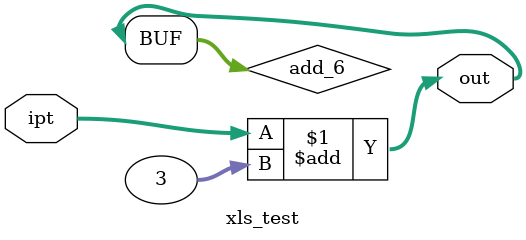
<source format=v>
module xls_test(
  input wire [31:0] ipt,
  output wire [31:0] out
);
  wire [31:0] add_6;
  assign add_6 = ipt + 32'h0000_0003;
  assign out = add_6;
endmodule

</source>
